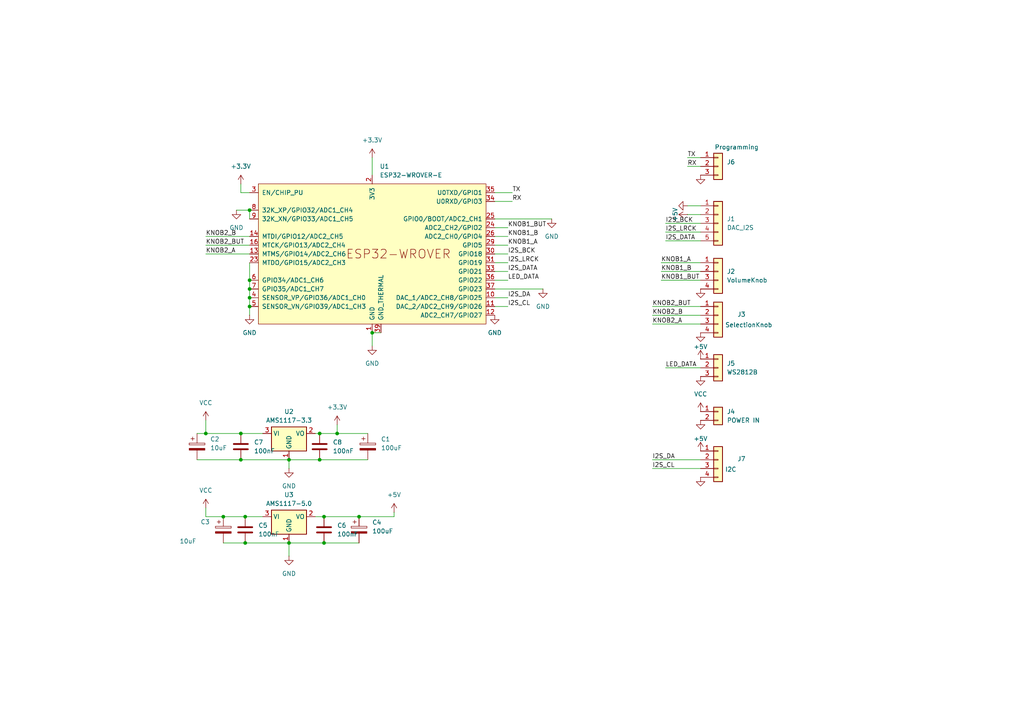
<source format=kicad_sch>
(kicad_sch (version 20231120) (generator "eeschema") (generator_version "8.0")
  (paper "A4")
  (lib_symbols
    (symbol "Connector_Generic:Conn_01x02" (pin_names (offset 1.016) hide)
      (property "Reference" "J" (at 0 2.54 0))
      (property "Value" "Conn_01x02" (at 0 -5.08 0))
      (symbol "Conn_01x02_1_1"
        (rectangle (start -1.27 -2.413) (end 0 -2.667) (stroke (width 0.1524)))
        (rectangle (start -1.27 0.127) (end 0 -0.127) (stroke (width 0.1524)))
        (rectangle (start -1.27 1.27) (end 1.27 -3.81) (stroke (width 0.254)) (fill (type background)))
        (pin passive line (at -5.08 0 0) (length 3.81) (name "Pin_1") (number "1"))
        (pin passive line (at -5.08 -2.54 0) (length 3.81) (name "Pin_2") (number "2"))
      )
    )
    (symbol "Connector_Generic:Conn_01x03" (pin_names (offset 1.016) hide)
      (property "Reference" "J" (at 0 5.08 0))
      (property "Value" "Conn_01x03" (at 0 -5.08 0))
      (symbol "Conn_01x03_1_1"
        (rectangle (start -1.27 -2.413) (end 0 -2.667) (stroke (width 0.1524)))
        (rectangle (start -1.27 0.127) (end 0 -0.127) (stroke (width 0.1524)))
        (rectangle (start -1.27 2.667) (end 0 2.413) (stroke (width 0.1524)))
        (rectangle (start -1.27 3.81) (end 1.27 -3.81) (stroke (width 0.254)) (fill (type background)))
        (pin passive line (at -5.08 2.54 0) (length 3.81) (name "Pin_1") (number "1"))
        (pin passive line (at -5.08 0 0) (length 3.81) (name "Pin_2") (number "2"))
        (pin passive line (at -5.08 -2.54 0) (length 3.81) (name "Pin_3") (number "3"))
      )
    )
    (symbol "Connector_Generic:Conn_01x04" (pin_names (offset 1.016) hide)
      (property "Reference" "J" (at 0 5.08 0))
      (property "Value" "Conn_01x04" (at 0 -7.62 0))
      (symbol "Conn_01x04_1_1"
        (rectangle (start -1.27 -4.953) (end 0 -5.207) (stroke (width 0.1524)))
        (rectangle (start -1.27 -2.413) (end 0 -2.667) (stroke (width 0.1524)))
        (rectangle (start -1.27 0.127) (end 0 -0.127) (stroke (width 0.1524)))
        (rectangle (start -1.27 2.667) (end 0 2.413) (stroke (width 0.1524)))
        (rectangle (start -1.27 3.81) (end 1.27 -6.35) (stroke (width 0.254)) (fill (type background)))
        (pin passive line (at -5.08 2.54 0) (length 3.81) (name "Pin_1") (number "1"))
        (pin passive line (at -5.08 0 0) (length 3.81) (name "Pin_2") (number "2"))
        (pin passive line (at -5.08 -2.54 0) (length 3.81) (name "Pin_3") (number "3"))
        (pin passive line (at -5.08 -5.08 0) (length 3.81) (name "Pin_4") (number "4"))
      )
    )
    (symbol "Connector_Generic:Conn_01x05" (pin_names (offset 1.016) hide)
      (property "Reference" "J" (at 0 7.62 0))
      (property "Value" "Conn_01x05" (at 0 -7.62 0))
      (symbol "Conn_01x05_1_1"
        (rectangle (start -1.27 -4.953) (end 0 -5.207) (stroke (width 0.1524)))
        (rectangle (start -1.27 -2.413) (end 0 -2.667) (stroke (width 0.1524)))
        (rectangle (start -1.27 0.127) (end 0 -0.127) (stroke (width 0.1524)))
        (rectangle (start -1.27 2.667) (end 0 2.413) (stroke (width 0.1524)))
        (rectangle (start -1.27 5.207) (end 0 4.953) (stroke (width 0.1524)))
        (rectangle (start -1.27 6.35) (end 1.27 -6.35) (stroke (width 0.254)) (fill (type background)))
        (pin passive line (at -5.08 5.08 0) (length 3.81) (name "Pin_1") (number "1"))
        (pin passive line (at -5.08 2.54 0) (length 3.81) (name "Pin_2") (number "2"))
        (pin passive line (at -5.08 0 0) (length 3.81) (name "Pin_3") (number "3"))
        (pin passive line (at -5.08 -2.54 0) (length 3.81) (name "Pin_4") (number "4"))
        (pin passive line (at -5.08 -5.08 0) (length 3.81) (name "Pin_5") (number "5"))
      )
    )
    (symbol "Device:C" (pin_numbers hide) (pin_names (offset 0.254))
      (property "Reference" "C" (at 0.635 2.54 0))
      (property "Value" "C" (at 0.635 -2.54 0))
      (symbol "C_0_1"
        (polyline (pts (xy -2.032 -0.762) (xy 2.032 -0.762)) (stroke (width 0.508)))
        (polyline (pts (xy -2.032 0.762) (xy 2.032 0.762)) (stroke (width 0.508)))
      )
      (symbol "C_1_1"
        (pin passive line (at 0 3.81 270) (length 2.794) (name "~") (number "1"))
        (pin passive line (at 0 -3.81 90) (length 2.794) (name "~") (number "2"))
      )
    )
    (symbol "Device:C_Polarized" (pin_numbers hide) (pin_names (offset 0.254))
      (property "Reference" "C" (at 0.635 2.54 0))
      (property "Value" "C_Polarized" (at 0.635 -2.54 0))
      (symbol "C_Polarized_0_1"
        (rectangle (start -2.286 0.508) (end 2.286 1.016))
        (polyline (pts (xy -1.778 2.286) (xy -0.762 2.286)))
        (polyline (pts (xy -1.27 2.794) (xy -1.27 1.778)))
        (rectangle (start 2.286 -0.508) (end -2.286 -1.016) (fill (type outline)))
      )
      (symbol "C_Polarized_1_1"
        (pin passive line (at 0 3.81 270) (length 2.794) (name "~") (number "1"))
        (pin passive line (at 0 -3.81 90) (length 2.794) (name "~") (number "2"))
      )
    )
    (symbol "PCM_Espressif:ESP32-WROVER-E" (pin_names (offset 1.016))
      (property "Reference" "U" (at -30.48 25.4 0))
      (property "Value" "ESP32-WROVER-E" (at -30.48 22.86 0))
      (symbol "ESP32-WROVER-E_0_1"
        (rectangle (start -33.02 20.32) (end 33.02 -20.32) (fill (type background)))
      )
      (symbol "ESP32-WROVER-E_1_1"
        (text "ESP32-­WROVER" (at 7.62 0 0) (effects (font (size 2.54 2.54))))
        (pin power_in line (at 0 -22.86 90) (length 2.54) (name "GND") (number "1"))
        (pin bidirectional line (at 35.56 -12.7 180) (length 2.54) (name "DAC_1/ADC2_CH8/GPIO25") (number "10"))
        (pin bidirectional line (at 35.56 -15.24 180) (length 2.54) (name "DAC_2/ADC2_CH9/GPIO26") (number "11"))
        (pin bidirectional line (at 35.56 -17.78 180) (length 2.54) (name "ADC2_CH7/GPIO27") (number "12"))
        (pin bidirectional line (at -35.56 0 0) (length 2.54) (name "MTMS/GPIO14/ADC2_CH6") (number "13"))
        (pin bidirectional line (at -35.56 5.08 0) (length 2.54) (name "MTDI/GPIO12/ADC2_CH5") (number "14"))
        (pin passive line (at 0 -22.86 90) (length 2.54) hide (name "GND") (number "15"))
        (pin bidirectional line (at -35.56 2.54 0) (length 2.54) (name "MTCK/GPIO13/ADC2_CH4") (number "16"))
        (pin power_in line (at 0 22.86 270) (length 2.54) (name "3V3") (number "2"))
        (pin bidirectional line (at -35.56 -2.54 0) (length 2.54) (name "MTDO/GPIO15/ADC2_CH3") (number "23"))
        (pin bidirectional line (at 35.56 7.62 180) (length 2.54) (name "ADC2_CH2/GPIO2") (number "24"))
        (pin bidirectional line (at 35.56 10.16 180) (length 2.54) (name "GPIO0/BOOT/ADC2_CH1") (number "25"))
        (pin bidirectional line (at 35.56 5.08 180) (length 2.54) (name "ADC2_CH0/GPIO4") (number "26"))
        (pin bidirectional line (at 35.56 2.54 180) (length 2.54) (name "GPIO5") (number "29"))
        (pin input line (at -35.56 17.78 0) (length 2.54) (name "EN/CHIP_PU") (number "3"))
        (pin bidirectional line (at 35.56 0 180) (length 2.54) (name "GPIO18") (number "30"))
        (pin bidirectional line (at 35.56 -2.54 180) (length 2.54) (name "GPIO19") (number "31"))
        (pin bidirectional line (at 35.56 -5.08 180) (length 2.54) (name "GPIO21") (number "33"))
        (pin bidirectional line (at 35.56 15.24 180) (length 2.54) (name "U0RXD/GPIO3") (number "34"))
        (pin bidirectional line (at 35.56 17.78 180) (length 2.54) (name "U0TXD/GPIO1") (number "35"))
        (pin bidirectional line (at 35.56 -7.62 180) (length 2.54) (name "GPIO22") (number "36"))
        (pin bidirectional line (at 35.56 -10.16 180) (length 2.54) (name "GPIO23") (number "37"))
        (pin passive line (at 0 -22.86 90) (length 2.54) hide (name "GND") (number "38"))
        (pin power_in line (at 2.54 -22.86 90) (length 2.54) (name "GND_THERMAL") (number "39"))
        (pin input line (at -35.56 -12.7 0) (length 2.54) (name "SENSOR_VP/GPIO36/ADC1_CH0") (number "4"))
        (pin input line (at -35.56 -15.24 0) (length 2.54) (name "SENSOR_VN/GPIO39/ADC1_CH3") (number "5"))
        (pin input line (at -35.56 -7.62 0) (length 2.54) (name "GPIO34/ADC1_CH6") (number "6"))
        (pin input line (at -35.56 -10.16 0) (length 2.54) (name "GPIO35/ADC1_CH7") (number "7"))
        (pin bidirectional line (at -35.56 12.7 0) (length 2.54) (name "32K_XP/GPIO32/ADC1_CH4") (number "8"))
        (pin bidirectional line (at -35.56 10.16 0) (length 2.54) (name "32K_XN/GPIO33/ADC1_CH5") (number "9"))
      )
    )
    (symbol "Regulator_Linear:AMS1117-3.3"
      (property "Reference" "U" (at -3.81 3.175 0))
      (property "Value" "AMS1117-3.3" (at 0 3.175 0))
      (symbol "AMS1117-3.3_0_1"
        (rectangle (start -5.08 -5.08) (end 5.08 1.905) (stroke (width 0.254)) (fill (type background)))
      )
      (symbol "AMS1117-3.3_1_1"
        (pin power_in line (at 0 -7.62 90) (length 2.54) (name "GND") (number "1"))
        (pin power_out line (at 7.62 0 180) (length 2.54) (name "VO") (number "2"))
        (pin power_in line (at -7.62 0 0) (length 2.54) (name "VI") (number "3"))
      )
    )
    (symbol "Regulator_Linear:AMS1117-5.0"
      (property "Reference" "U" (at -3.81 3.175 0))
      (property "Value" "AMS1117-5.0" (at 0 3.175 0))
      (symbol "AMS1117-5.0_0_1"
        (rectangle (start -5.08 -5.08) (end 5.08 1.905) (stroke (width 0.254)) (fill (type background)))
      )
      (symbol "AMS1117-5.0_1_1"
        (pin power_in line (at 0 -7.62 90) (length 2.54) (name "GND") (number "1"))
        (pin power_out line (at 7.62 0 180) (length 2.54) (name "VO") (number "2"))
        (pin power_in line (at -7.62 0 0) (length 2.54) (name "VI") (number "3"))
      )
    )
    (symbol "power:+3.3V" (power) (pin_numbers hide) (pin_names (offset 0) hide)
      (property "Value" "+3.3V" (at 0 3.556 0))
      (symbol "+3.3V_0_1"
        (polyline (pts (xy -0.762 1.27) (xy 0 2.54)))
        (polyline (pts (xy 0 0) (xy 0 2.54)))
        (polyline (pts (xy 0 2.54) (xy 0.762 1.27)))
      )
      (symbol "+3.3V_1_1"
        (pin power_in line (at 0 0 90) (length 0) (name "~") (number "1"))
      )
    )
    (symbol "power:+5V" (power) (pin_numbers hide) (pin_names (offset 0) hide)
      (property "Value" "+5V" (at 0 3.556 0))
      (symbol "+5V_0_1"
        (polyline (pts (xy -0.762 1.27) (xy 0 2.54)))
        (polyline (pts (xy 0 0) (xy 0 2.54)))
        (polyline (pts (xy 0 2.54) (xy 0.762 1.27)))
      )
      (symbol "+5V_1_1"
        (pin power_in line (at 0 0 90) (length 0) (name "~") (number "1"))
      )
    )
    (symbol "power:GND" (power) (pin_numbers hide) (pin_names (offset 0) hide)
      (property "Value" "GND" (at 0 -3.81 0))
      (symbol "GND_0_1"
        (polyline (pts (xy 0 0) (xy 0 -1.27) (xy 1.27 -1.27) (xy 0 -2.54) (xy -1.27 -1.27) (xy 0 -1.27)))
      )
      (symbol "GND_1_1"
        (pin power_in line (at 0 0 270) (length 0) (name "~") (number "1"))
      )
    )
    (symbol "power:VCC" (power) (pin_numbers hide) (pin_names (offset 0) hide)
      (property "Value" "VCC" (at 0 3.556 0))
      (symbol "VCC_0_1"
        (polyline (pts (xy -0.762 1.27) (xy 0 2.54)))
        (polyline (pts (xy 0 0) (xy 0 2.54)))
        (polyline (pts (xy 0 2.54) (xy 0.762 1.27)))
      )
      (symbol "VCC_1_1"
        (pin power_in line (at 0 0 90) (length 0) (name "~") (number "1"))
      )
    )
  )
  (junction (at 72.39 81.28))
  (junction (at 92.71 125.73))
  (junction (at 64.77 149.86))
  (junction (at 93.98 157.48))
  (junction (at 107.95 96.52))
  (junction (at 72.39 83.82))
  (junction (at 104.14 149.86))
  (junction (at 72.39 88.9))
  (junction (at 71.12 149.86))
  (junction (at 69.85 133.35))
  (junction (at 93.98 149.86))
  (junction (at 97.79 125.73))
  (junction (at 92.71 133.35))
  (junction (at 59.69 125.73))
  (junction (at 72.39 60.96))
  (junction (at 83.82 157.48))
  (junction (at 83.82 133.35))
  (junction (at 71.12 157.48))
  (junction (at 72.39 86.36))
  (junction (at 69.85 125.73))
  (wire (pts (xy 191.77 78.74) (xy 203.2 78.74)))
  (wire (pts (xy 72.39 88.9) (xy 72.39 91.44)))
  (wire (pts (xy 69.85 55.88) (xy 69.85 53.34)))
  (wire (pts (xy 72.39 81.28) (xy 72.39 83.82)))
  (wire (pts (xy 83.82 157.48) (xy 93.98 157.48)))
  (wire (pts (xy 92.71 133.35) (xy 106.68 133.35)))
  (wire (pts (xy 93.98 149.86) (xy 104.14 149.86)))
  (wire (pts (xy 68.58 60.96) (xy 72.39 60.96)))
  (wire (pts (xy 59.69 147.32) (xy 59.69 149.86)))
  (wire (pts (xy 83.82 161.29) (xy 83.82 157.48)))
  (wire (pts (xy 71.12 157.48) (xy 83.82 157.48)))
  (wire (pts (xy 143.51 63.5) (xy 160.02 63.5)))
  (wire (pts (xy 189.23 135.89) (xy 203.2 135.89)))
  (wire (pts (xy 191.77 76.2) (xy 203.2 76.2)))
  (wire (pts (xy 199.39 45.72) (xy 203.2 45.72)))
  (wire (pts (xy 114.3 149.86) (xy 114.3 148.59)))
  (wire (pts (xy 143.51 86.36) (xy 147.32 86.36)))
  (wire (pts (xy 92.71 125.73) (xy 97.79 125.73)))
  (wire (pts (xy 59.69 121.92) (xy 59.69 125.73)))
  (wire (pts (xy 59.69 71.12) (xy 72.39 71.12)))
  (wire (pts (xy 143.51 88.9) (xy 147.32 88.9)))
  (wire (pts (xy 69.85 125.73) (xy 76.2 125.73)))
  (wire (pts (xy 143.51 78.74) (xy 147.32 78.74)))
  (wire (pts (xy 143.51 76.2) (xy 147.32 76.2)))
  (wire (pts (xy 193.04 106.68) (xy 203.2 106.68)))
  (wire (pts (xy 143.51 58.42) (xy 148.59 58.42)))
  (wire (pts (xy 59.69 125.73) (xy 69.85 125.73)))
  (wire (pts (xy 106.68 125.73) (xy 97.79 125.73)))
  (wire (pts (xy 199.39 62.23) (xy 203.2 62.23)))
  (wire (pts (xy 199.39 59.69) (xy 203.2 59.69)))
  (wire (pts (xy 91.44 149.86) (xy 93.98 149.86)))
  (wire (pts (xy 143.51 81.28) (xy 147.32 81.28)))
  (wire (pts (xy 69.85 133.35) (xy 83.82 133.35)))
  (wire (pts (xy 64.77 149.86) (xy 71.12 149.86)))
  (wire (pts (xy 143.51 68.58) (xy 147.32 68.58)))
  (wire (pts (xy 72.39 76.2) (xy 72.39 81.28)))
  (wire (pts (xy 64.77 157.48) (xy 71.12 157.48)))
  (wire (pts (xy 83.82 133.35) (xy 83.82 135.89)))
  (wire (pts (xy 59.69 68.58) (xy 72.39 68.58)))
  (wire (pts (xy 143.51 55.88) (xy 148.59 55.88)))
  (wire (pts (xy 199.39 48.26) (xy 203.2 48.26)))
  (wire (pts (xy 189.23 133.35) (xy 203.2 133.35)))
  (wire (pts (xy 97.79 123.19) (xy 97.79 125.73)))
  (wire (pts (xy 189.23 91.44) (xy 203.2 91.44)))
  (wire (pts (xy 72.39 83.82) (xy 72.39 86.36)))
  (wire (pts (xy 193.04 69.85) (xy 203.2 69.85)))
  (wire (pts (xy 189.23 88.9) (xy 203.2 88.9)))
  (wire (pts (xy 72.39 86.36) (xy 72.39 88.9)))
  (wire (pts (xy 57.15 133.35) (xy 69.85 133.35)))
  (wire (pts (xy 57.15 125.73) (xy 59.69 125.73)))
  (wire (pts (xy 193.04 64.77) (xy 203.2 64.77)))
  (wire (pts (xy 91.44 125.73) (xy 92.71 125.73)))
  (wire (pts (xy 107.95 45.72) (xy 107.95 50.8)))
  (wire (pts (xy 143.51 66.04) (xy 147.32 66.04)))
  (wire (pts (xy 143.51 83.82) (xy 157.48 83.82)))
  (wire (pts (xy 59.69 73.66) (xy 72.39 73.66)))
  (wire (pts (xy 72.39 63.5) (xy 72.39 60.96)))
  (wire (pts (xy 143.51 73.66) (xy 147.32 73.66)))
  (wire (pts (xy 107.95 96.52) (xy 107.95 100.33)))
  (wire (pts (xy 189.23 93.98) (xy 203.2 93.98)))
  (wire (pts (xy 104.14 149.86) (xy 114.3 149.86)))
  (wire (pts (xy 71.12 149.86) (xy 76.2 149.86)))
  (wire (pts (xy 72.39 55.88) (xy 69.85 55.88)))
  (wire (pts (xy 143.51 71.12) (xy 147.32 71.12)))
  (wire (pts (xy 59.69 149.86) (xy 64.77 149.86)))
  (wire (pts (xy 193.04 67.31) (xy 203.2 67.31)))
  (wire (pts (xy 93.98 157.48) (xy 104.14 157.48)))
  (wire (pts (xy 107.95 96.52) (xy 110.49 96.52)))
  (wire (pts (xy 191.77 81.28) (xy 203.2 81.28)))
  (wire (pts (xy 83.82 133.35) (xy 92.71 133.35)))
  (label "I2S_DA" (at 147.32 86.36 0))
  (label "I2S_CL" (at 147.32 88.9 0))
  (label "KNOB2_BUT" (at 59.69 71.12 0))
  (label "I2S_LRCK" (at 147.32 76.2 0))
  (label "LED_DATA" (at 147.32 81.28 0))
  (label "I2S_DA" (at 189.23 133.35 0))
  (label "KNOB2_A" (at 189.23 93.98 0))
  (label "RX" (at 199.39 48.26 0))
  (label "RX" (at 148.59 58.42 0))
  (label "I2S_DATA" (at 193.04 69.85 0))
  (label "KNOB2_B" (at 189.23 91.44 0))
  (label "KNOB1_B" (at 147.32 68.58 0))
  (label "KNOB1_B" (at 191.77 78.74 0))
  (label "KNOB2_A" (at 59.69 73.66 0))
  (label "KNOB1_A" (at 191.77 76.2 0))
  (label "I2S_BCK" (at 193.04 64.77 0))
  (label "I2S_LRCK" (at 193.04 67.31 0))
  (label "TX" (at 148.59 55.88 0))
  (label "KNOB2_B" (at 59.69 68.58 0))
  (label "KNOB1_BUT" (at 191.77 81.28 0))
  (label "KNOB1_A" (at 147.32 71.12 0))
  (label "I2S_DATA" (at 147.32 78.74 0))
  (label "LED_DATA" (at 193.04 106.68 0))
  (label "I2S_BCK" (at 147.32 73.66 0))
  (label "KNOB2_BUT" (at 189.23 88.9 0))
  (label "TX" (at 199.39 45.72 0))
  (label "I2S_CL" (at 189.23 135.89 0))
  (label "KNOB1_BUT" (at 147.32 66.04 0))
  (symbol (lib_id "Device:C") (at 92.71 129.54 0) (unit 1)
    (property "Reference" "C8" (at 96.52 128.2699 0) (effects (justify left)))
    (property "Value" "100nF" (at 96.52 130.8099 0) (effects (justify left)))
    (property "Footprint" "Capacitor_SMD:C_0805_2012Metric" (effects (hide yes)))
    (property "Description" "Unpolarized capacitor" (effects (hide yes)))
  )
  (symbol (lib_id "Regulator_Linear:AMS1117-3.3") (at 83.82 125.73 0) (unit 1)
    (property "Reference" "U2" (at 83.82 119.38 0))
    (property "Value" "AMS1117-3.3" (at 83.82 121.92 0))
    (property "Footprint" "Package_TO_SOT_SMD:SOT-223-3_TabPin2" (effects (hide yes)))
    (property "Datasheet" "http://www.advanced-monolithic.com/pdf/ds1117.pdf" (effects (hide yes)))
    (property "Description" "1A Low Dropout regulator, positive, 3.3V fixed output, SOT-223" (effects (hide yes)))
  )
  (symbol (lib_id "power:+3.3V") (at 97.79 123.19 0) (unit 1)
    (property "Reference" "#PWR01" (effects (hide yes)))
    (property "Value" "+3.3V" (at 97.79 118.11 0))
    (property "Description" "Power symbol creates a global label with name \"+3.3V\"" (effects (hide yes)))
  )
  (symbol (lib_id "Connector_Generic:Conn_01x04") (at 208.28 133.35 0) (unit 1)
    (property "Reference" "J7" (at 213.868 133.096 0) (effects (justify left)))
    (property "Value" "I2C" (at 210.312 136.144 0) (effects (justify left)))
    (property "Footprint" "Connector_PinHeader_2.54mm:PinHeader_1x04_P2.54mm_Vertical" (effects (hide yes)))
    (property "Description" "Generic connector, single row, 01x04, script generated (kicad-library-utils/schlib/autogen/connector/)" (effects (hide yes)))
  )
  (symbol (lib_id "power:+5V") (at 199.39 62.23 90) (unit 1)
    (property "Reference" "#PWR017" (effects (hide yes)))
    (property "Value" "+5V" (at 195.834 62.23 0))
    (property "Description" "Power symbol creates a global label with name \"+5V\"" (effects (hide yes)))
  )
  (symbol (lib_id "power:+5V") (at 203.2 104.14 0) (unit 1)
    (property "Reference" "#PWR016" (effects (hide yes)))
    (property "Value" "+5V" (at 203.2 100.584 0))
    (property "Description" "Power symbol creates a global label with name \"+5V\"" (effects (hide yes)))
  )
  (symbol (lib_id "power:GND") (at 157.48 83.82 0) (unit 1)
    (property "Reference" "#PWR024" (effects (hide yes)))
    (property "Value" "GND" (at 157.48 88.9 0))
    (property "Description" "Power symbol creates a global label with name \"GND\" , ground" (effects (hide yes)))
  )
  (symbol (lib_id "power:+5V") (at 114.3 148.59 0) (unit 1)
    (property "Reference" "#PWR08" (effects (hide yes)))
    (property "Value" "+5V" (at 114.3 143.51 0))
    (property "Description" "Power symbol creates a global label with name \"+5V\"" (effects (hide yes)))
  )
  (symbol (lib_id "power:VCC") (at 59.69 121.92 0) (unit 1)
    (property "Reference" "#PWR011" (effects (hide yes)))
    (property "Value" "VCC" (at 59.69 116.84 0))
    (property "Description" "Power symbol creates a global label with name \"VCC\"" (effects (hide yes)))
  )
  (symbol (lib_id "Connector_Generic:Conn_01x03") (at 208.28 48.26 0) (unit 1)
    (property "Reference" "J6" (at 210.82 46.9899 0) (effects (justify left)))
    (property "Value" "Programming" (at 207.264 42.672 0) (effects (justify left)))
    (property "Footprint" "Connector_PinHeader_2.54mm:PinHeader_1x03_P2.54mm_Vertical" (effects (hide yes)))
    (property "Description" "Generic connector, single row, 01x03, script generated (kicad-library-utils/schlib/autogen/connector/)" (effects (hide yes)))
  )
  (symbol (lib_id "Regulator_Linear:AMS1117-5.0") (at 83.82 149.86 0) (unit 1)
    (property "Reference" "U3" (at 83.82 143.51 0))
    (property "Value" "AMS1117-5.0" (at 83.82 146.05 0))
    (property "Footprint" "Package_TO_SOT_SMD:SOT-223-3_TabPin2" (effects (hide yes)))
    (property "Datasheet" "http://www.advanced-monolithic.com/pdf/ds1117.pdf" (effects (hide yes)))
    (property "Description" "1A Low Dropout regulator, positive, 5.0V fixed output, SOT-223" (effects (hide yes)))
  )
  (symbol (lib_id "power:+3.3V") (at 69.85 53.34 0) (unit 1)
    (property "Reference" "#PWR018" (effects (hide yes)))
    (property "Value" "+3.3V" (at 69.85 48.26 0))
    (property "Description" "Power symbol creates a global label with name \"+3.3V\"" (effects (hide yes)))
  )
  (symbol (lib_id "Device:C_Polarized") (at 57.15 129.54 0) (unit 1)
    (property "Reference" "C2" (at 60.96 127.3809 0) (effects (justify left)))
    (property "Value" "10uF" (at 60.96 129.9209 0) (effects (justify left)))
    (property "Footprint" "Capacitor_SMD:C_0805_2012Metric" (effects (hide yes)))
    (property "Description" "Polarized capacitor" (effects (hide yes)))
  )
  (symbol (lib_id "power:GND") (at 83.82 161.29 0) (unit 1)
    (property "Reference" "#PWR05" (effects (hide yes)))
    (property "Value" "GND" (at 83.82 166.37 0))
    (property "Description" "Power symbol creates a global label with name \"GND\" , ground" (effects (hide yes)))
  )
  (symbol (lib_id "Connector_Generic:Conn_01x02") (at 208.28 119.38 0) (unit 1)
    (property "Reference" "J4" (at 210.82 119.3799 0) (effects (justify left)))
    (property "Value" "POWER IN" (at 210.82 121.9199 0) (effects (justify left)))
    (property "Footprint" "Connector_PinHeader_2.54mm:PinHeader_1x02_P2.54mm_Vertical" (effects (hide yes)))
    (property "Description" "Generic connector, single row, 01x02, script generated (kicad-library-utils/schlib/autogen/connector/)" (effects (hide yes)))
  )
  (symbol (lib_id "power:GND") (at 199.39 59.69 270) (unit 1)
    (property "Reference" "#PWR014" (effects (hide yes)))
    (property "Value" "GND" (effects (hide yes)))
    (property "Description" "Power symbol creates a global label with name \"GND\" , ground" (effects (hide yes)))
  )
  (symbol (lib_id "Connector_Generic:Conn_01x05") (at 208.28 64.77 0) (unit 1)
    (property "Reference" "J1" (at 210.82 63.4999 0) (effects (justify left)))
    (property "Value" "DAC_I2S" (at 210.82 66.0399 0) (effects (justify left)))
    (property "Footprint" "Connector_PinHeader_2.54mm:PinHeader_1x05_P2.54mm_Vertical" (effects (hide yes)))
    (property "Description" "Generic connector, single row, 01x05, script generated (kicad-library-utils/schlib/autogen/connector/)" (effects (hide yes)))
  )
  (symbol (lib_id "power:GND") (at 160.02 63.5 0) (unit 1)
    (property "Reference" "#PWR025" (effects (hide yes)))
    (property "Value" "GND" (at 160.02 68.58 0))
    (property "Description" "Power symbol creates a global label with name \"GND\" , ground" (effects (hide yes)))
  )
  (symbol (lib_id "power:GND") (at 143.51 91.44 0) (unit 1)
    (property "Reference" "#PWR023" (effects (hide yes)))
    (property "Value" "GND" (at 143.51 96.52 0))
    (property "Description" "Power symbol creates a global label with name \"GND\" , ground" (effects (hide yes)))
  )
  (symbol (lib_id "power:VCC") (at 59.69 147.32 0) (unit 1)
    (property "Reference" "#PWR010" (effects (hide yes)))
    (property "Value" "VCC" (at 59.69 142.24 0))
    (property "Description" "Power symbol creates a global label with name \"VCC\"" (effects (hide yes)))
  )
  (symbol (lib_id "Device:C") (at 93.98 153.67 0) (unit 1)
    (property "Reference" "C6" (at 97.79 152.3999 0) (effects (justify left)))
    (property "Value" "100nF" (at 97.79 154.9399 0) (effects (justify left)))
    (property "Footprint" "Capacitor_SMD:C_0805_2012Metric" (effects (hide yes)))
    (property "Description" "Unpolarized capacitor" (effects (hide yes)))
  )
  (symbol (lib_id "Device:C_Polarized") (at 64.77 153.67 0) (unit 1)
    (property "Reference" "C3" (at 58.166 151.384 0) (effects (justify left)))
    (property "Value" "10uF" (at 52.07 156.972 0) (effects (justify left)))
    (property "Footprint" "Capacitor_SMD:C_0805_2012Metric" (effects (hide yes)))
    (property "Description" "Polarized capacitor" (effects (hide yes)))
  )
  (symbol (lib_id "PCM_Espressif:ESP32-WROVER-E") (at 107.95 73.66 0) (unit 1)
    (property "Reference" "U1" (at 110.1441 48.26 0) (effects (justify left)))
    (property "Value" "ESP32-WROVER-E" (at 110.1441 50.8 0) (effects (justify left)))
    (property "Footprint" "PCM_Espressif:ESP32-WROVER-E" (effects (hide yes)))
    (property "Datasheet" "https://www.espressif.com/sites/default/files/documentation/esp32-wrover-e_esp32-wrover-ie_datasheet_en.pdf" (effects (hide yes)))
    (property "Description" "ESP32-WROVER-E and ESP32-WROVER-IE are two powerful, generic WiFi-BT-BLE MCU modules that target a wide variety of applications, ranging from low-power sensor networks to the most demanding tasks, such as voice encoding, music streaming and MP3 decoding. ESP32-WROVER-E comes with a PCB antenna, and ESP32-WROVER-IE with an IPEX antenna. They both featurea 4 MB external SPI flash and an additional 8 MB SPI Pseudo static RAM (PSRAM)." (effects (hide yes)))
  )
  (symbol (lib_id "power:GND") (at 203.2 109.22 0) (unit 1)
    (property "Reference" "#PWR013" (effects (hide yes)))
    (property "Value" "GND" (effects (hide yes)))
    (property "Description" "Power symbol creates a global label with name \"GND\" , ground" (effects (hide yes)))
  )
  (symbol (lib_id "Device:C_Polarized") (at 106.68 129.54 0) (unit 1)
    (property "Reference" "C1" (at 110.49 127.3809 0) (effects (justify left)))
    (property "Value" "100uF" (at 110.49 129.9209 0) (effects (justify left)))
    (property "Footprint" "Capacitor_SMD:C_0805_2012Metric" (effects (hide yes)))
    (property "Description" "Polarized capacitor" (effects (hide yes)))
  )
  (symbol (lib_id "power:VCC") (at 203.2 119.38 0) (unit 1)
    (property "Reference" "#PWR09" (effects (hide yes)))
    (property "Value" "VCC" (at 203.2 114.3 0))
    (property "Description" "Power symbol creates a global label with name \"VCC\"" (effects (hide yes)))
  )
  (symbol (lib_id "power:GND") (at 203.2 96.52 0) (unit 1)
    (property "Reference" "#PWR07" (effects (hide yes)))
    (property "Value" "GND" (effects (hide yes)))
    (property "Description" "Power symbol creates a global label with name \"GND\" , ground" (effects (hide yes)))
  )
  (symbol (lib_id "Connector_Generic:Conn_01x04") (at 208.28 91.44 0) (unit 1)
    (property "Reference" "J3" (at 213.868 91.186 0) (effects (justify left)))
    (property "Value" "SelectionKnob" (at 210.312 94.234 0) (effects (justify left)))
    (property "Footprint" "Connector_PinHeader_2.54mm:PinHeader_1x04_P2.54mm_Vertical" (effects (hide yes)))
    (property "Description" "Generic connector, single row, 01x04, script generated (kicad-library-utils/schlib/autogen/connector/)" (effects (hide yes)))
  )
  (symbol (lib_id "Connector_Generic:Conn_01x03") (at 208.28 106.68 0) (unit 1)
    (property "Reference" "J5" (at 210.82 105.4099 0) (effects (justify left)))
    (property "Value" "WS2812B" (at 210.82 107.9499 0) (effects (justify left)))
    (property "Footprint" "Connector_PinHeader_2.54mm:PinHeader_1x03_P2.54mm_Vertical" (effects (hide yes)))
    (property "Description" "Generic connector, single row, 01x03, script generated (kicad-library-utils/schlib/autogen/connector/)" (effects (hide yes)))
  )
  (symbol (lib_id "power:GND") (at 107.95 100.33 0) (unit 1)
    (property "Reference" "#PWR04" (effects (hide yes)))
    (property "Value" "GND" (at 107.95 105.41 0))
    (property "Description" "Power symbol creates a global label with name \"GND\" , ground" (effects (hide yes)))
  )
  (symbol (lib_id "power:+3.3V") (at 107.95 45.72 0) (unit 1)
    (property "Reference" "#PWR02" (effects (hide yes)))
    (property "Value" "+3.3V" (at 107.95 40.64 0))
    (property "Description" "Power symbol creates a global label with name \"+3.3V\"" (effects (hide yes)))
  )
  (symbol (lib_id "power:GND") (at 68.58 60.96 0) (unit 1)
    (property "Reference" "#PWR022" (effects (hide yes)))
    (property "Value" "GND" (at 68.58 66.04 0))
    (property "Description" "Power symbol creates a global label with name \"GND\" , ground" (effects (hide yes)))
  )
  (symbol (lib_id "Connector_Generic:Conn_01x04") (at 208.28 78.74 0) (unit 1)
    (property "Reference" "J2" (at 210.82 78.7399 0) (effects (justify left)))
    (property "Value" "VolumeKnob" (at 210.82 81.2799 0) (effects (justify left)))
    (property "Footprint" "Connector_PinHeader_2.54mm:PinHeader_1x04_P2.54mm_Vertical" (effects (hide yes)))
    (property "Description" "Generic connector, single row, 01x04, script generated (kicad-library-utils/schlib/autogen/connector/)" (effects (hide yes)))
  )
  (symbol (lib_id "power:GND") (at 203.2 50.8 0) (unit 1)
    (property "Reference" "#PWR015" (effects (hide yes)))
    (property "Value" "GND" (effects (hide yes)))
    (property "Description" "Power symbol creates a global label with name \"GND\" , ground" (effects (hide yes)))
  )
  (symbol (lib_id "power:GND") (at 72.39 91.44 0) (unit 1)
    (property "Reference" "#PWR021" (effects (hide yes)))
    (property "Value" "GND" (at 72.39 96.52 0))
    (property "Description" "Power symbol creates a global label with name \"GND\" , ground" (effects (hide yes)))
  )
  (symbol (lib_id "Device:C") (at 71.12 153.67 0) (unit 1)
    (property "Reference" "C5" (at 74.93 152.3999 0) (effects (justify left)))
    (property "Value" "100nF" (at 74.93 154.9399 0) (effects (justify left)))
    (property "Footprint" "Capacitor_SMD:C_0805_2012Metric" (effects (hide yes)))
    (property "Description" "Unpolarized capacitor" (effects (hide yes)))
  )
  (symbol (lib_id "power:+5V") (at 203.2 130.81 0) (unit 1)
    (property "Reference" "#PWR019" (effects (hide yes)))
    (property "Value" "+5V" (at 203.2 127.254 0))
    (property "Description" "Power symbol creates a global label with name \"+5V\"" (effects (hide yes)))
  )
  (symbol (lib_id "Device:C_Polarized") (at 104.14 153.67 0) (unit 1)
    (property "Reference" "C4" (at 107.95 151.5109 0) (effects (justify left)))
    (property "Value" "100uF" (at 107.95 154.0509 0) (effects (justify left)))
    (property "Footprint" "Capacitor_SMD:C_0805_2012Metric" (effects (hide yes)))
    (property "Description" "Polarized capacitor" (effects (hide yes)))
  )
  (symbol (lib_id "Device:C") (at 69.85 129.54 0) (unit 1)
    (property "Reference" "C7" (at 73.66 128.2699 0) (effects (justify left)))
    (property "Value" "100nF" (at 73.66 130.8099 0) (effects (justify left)))
    (property "Footprint" "Capacitor_SMD:C_0805_2012Metric" (effects (hide yes)))
    (property "Description" "Unpolarized capacitor" (effects (hide yes)))
  )
  (symbol (lib_id "power:GND") (at 203.2 121.92 0) (unit 1)
    (property "Reference" "#PWR03" (effects (hide yes)))
    (property "Value" "GND" (effects (hide yes)))
    (property "Description" "Power symbol creates a global label with name \"GND\" , ground" (effects (hide yes)))
  )
  (symbol (lib_id "power:GND") (at 203.2 83.82 0) (unit 1)
    (property "Reference" "#PWR012" (effects (hide yes)))
    (property "Value" "GND" (effects (hide yes)))
    (property "Description" "Power symbol creates a global label with name \"GND\" , ground" (effects (hide yes)))
  )
  (symbol (lib_id "power:GND") (at 83.82 135.89 0) (unit 1)
    (property "Reference" "#PWR06" (effects (hide yes)))
    (property "Value" "GND" (at 83.82 140.97 0))
    (property "Description" "Power symbol creates a global label with name \"GND\" , ground" (effects (hide yes)))
  )
  (symbol (lib_id "power:GND") (at 203.2 138.43 0) (unit 1)
    (property "Reference" "#PWR020" (effects (hide yes)))
    (property "Value" "GND" (effects (hide yes)))
    (property "Description" "Power symbol creates a global label with name \"GND\" , ground" (effects (hide yes)))
  )
)
</source>
